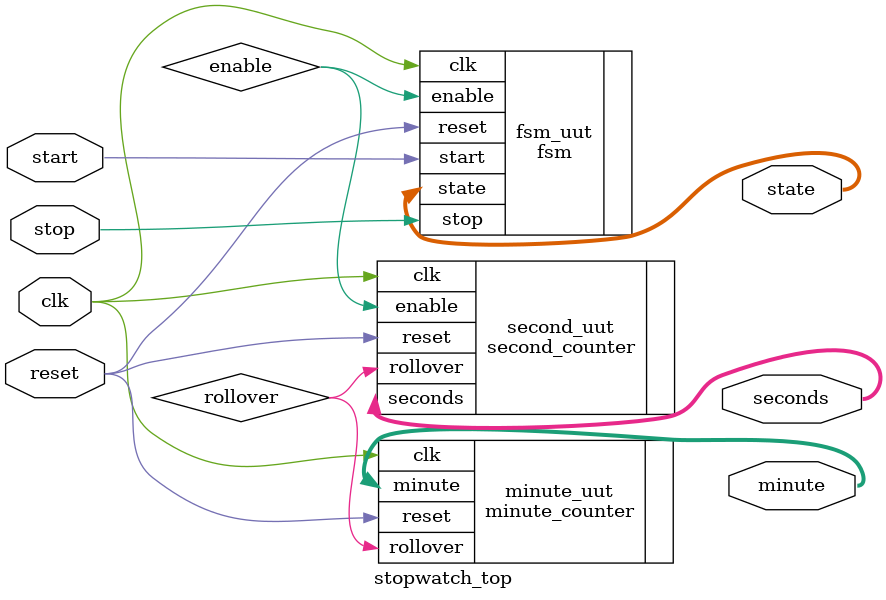
<source format=v>
module stopwatch_top(
input wire clk,start,stop,reset,
output wire [7:0] minute,
output wire [5:0] seconds,
output wire [1:0] state
    );
wire enable;
wire rollover;

fsm fsm_uut( .clk(clk),
        .reset(reset),
        .start(start),
        .stop(stop),
        .enable(enable),
        .state(state));

second_counter second_uut(   .clk(clk),
        .reset(reset),
        .enable(enable),
        .seconds(seconds),
        .rollover(rollover));
        
minute_counter minute_uut(.clk(clk),
        .reset(reset),
        .rollover(rollover),
        .minute(minute));
endmodule

</source>
